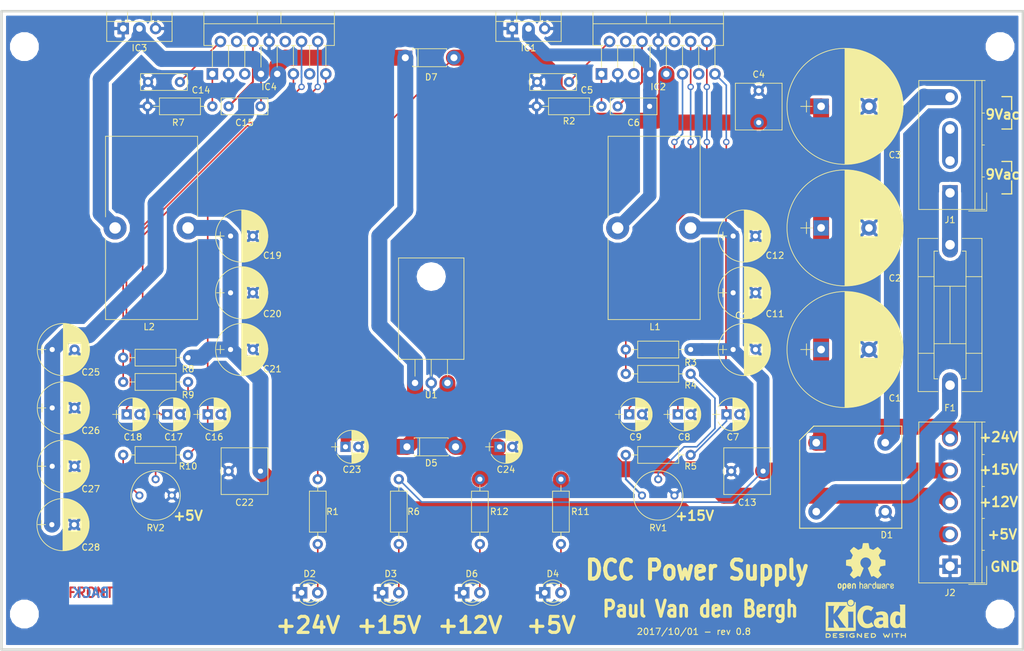
<source format=kicad_pcb>
(kicad_pcb (version 4) (host pcbnew 4.0.7)
  (layers (0 F.Cu signal) (31 B.Cu signal) (34 B.Paste user) (35 F.Paste user) (36 B.SilkS user) (37 F.SilkS user) (38 B.Mask user) (39 F.Mask user) (44 Edge.Cuts user))
  (net 0 "")
  (net 1 +24V)
  (net 2 GND)
  (net 3 "Net-(C5-Pad1)")
  (net 4 "Net-(C6-Pad1)")
  (net 5 "Net-(C6-Pad2)")
  (net 6 "Net-(C7-Pad1)")
  (net 7 "Net-(C8-Pad1)")
  (net 8 "Net-(C9-Pad1)")
  (net 9 +15V)
  (net 10 "Net-(C14-Pad1)")
  (net 11 "Net-(C15-Pad1)")
  (net 12 "Net-(C15-Pad2)")
  (net 13 "Net-(C16-Pad1)")
  (net 14 "Net-(C17-Pad1)")
  (net 15 "Net-(C18-Pad1)")
  (net 16 +5V)
  (net 17 +12V)
  (net 18 "Net-(D1-Pad2)")
  (net 19 "Net-(D1-Pad4)")
  (net 20 "Net-(D2-Pad2)")
  (net 21 "Net-(D3-Pad2)")
  (net 22 "Net-(D4-Pad2)")
  (net 23 "Net-(D6-Pad2)")
  (net 24 "Net-(F1-Pad2)")
  (net 25 "Net-(IC2-Pad1)")
  (net 26 "Net-(IC2-Pad11)")
  (net 27 "Net-(IC4-Pad1)")
  (net 28 "Net-(IC4-Pad11)")
  (net 29 "Net-(R4-Pad1)")
  (net 30 "Net-(R5-Pad1)")
  (net 31 "Net-(R9-Pad1)")
  (net 32 "Net-(R10-Pad1)")
  (net 33 "Net-(J1-Pad2)")
  (net 34 +22V)
  (module Fuse_Holders_and_Fuses:Fuseholder5x20_horiz_SemiClosed_Casing10x25mm (layer F.Cu) (at 215.9 104.648 90)
    (fp_text reference F1 (at -3.556 0 180) (layer F.SilkS))
    (fp_text value 6.3A)
    (pad 2 thru_hole oval (at 22 0) (size 2.5 4) (drill 1.5) (layers *.Cu *.Mask) (net 24 "Net-(F1-Pad2)"))
    (pad 1 thru_hole oval (at 0 0) (size 2.5 4) (drill 1.5) (layers *.Cu *.Mask) (net 19 "Net-(D1-Pad4)"))
  )
  (module EuroBoard_Outline:EuroBoard160mmX100mm_holes (layer F.Cu) (at 67.31 146.05)
    (fp_text reference "2017/10/01 - rev 0.8" (at 108.458 -2.794) (layer F.SilkS))
    (fp_text value EuroBoard160mmX100mm_holes)
    (fp_line (start 0 -100) (end 0 0) (layer Edge.Cuts) (width 0.38))
    (fp_line (start 0 0) (end 160 0) (layer Edge.Cuts) (width 0.38))
    (fp_line (start 160 0) (end 160 -100) (layer Edge.Cuts) (width 0.38))
    (fp_line (start 160 -100) (end 0 -100) (layer Edge.Cuts) (width 0.38))
    (pad "" np_thru_hole circle (at 3.57 -94.45) (size 3.5 3.5) (drill 3.5) (layers *.Cu *.Mask))
    (pad "" np_thru_hole circle (at 156.43 -94.45) (size 3.5 3.5) (drill 3.5) (layers *.Cu *.Mask))
    (pad "" np_thru_hole circle (at 156.43 -5.55) (size 3.5 3.5) (drill 3.5) (layers *.Cu *.Mask))
    (pad "" np_thru_hole circle (at 3.57 -5.55) (size 3.5 3.5) (drill 3.5) (layers *.Cu *.Mask))
  )
  (module Capacitors_THT:CP_Radial_D18.0mm_P7.50mm (layer F.Cu) (at 195.7 99.06)
    (fp_text reference C1 (at 11.564 7.62) (layer F.SilkS))
    (fp_text value "4700µF 35V")
    (pad 1 thru_hole rect (at 0 0) (size 2.4 2.4) (drill 1.2) (layers *.Cu *.Mask) (net 1 +24V))
    (pad 2 thru_hole circle (at 7.5 0) (size 2.4 2.4) (drill 1.2) (layers *.Cu *.Mask) (net 2 GND))
  )
  (module Capacitors_THT:CP_Radial_D18.0mm_P7.50mm (layer F.Cu) (at 195.7 80.01)
    (fp_text reference C2 (at 11.564 7.874) (layer F.SilkS))
    (fp_text value "4700µF 35V")
    (pad 1 thru_hole rect (at 0 0) (size 2.4 2.4) (drill 1.2) (layers *.Cu *.Mask) (net 1 +24V))
    (pad 2 thru_hole circle (at 7.5 0) (size 2.4 2.4) (drill 1.2) (layers *.Cu *.Mask) (net 2 GND))
  )
  (module Capacitors_THT:CP_Radial_D18.0mm_P7.50mm (layer F.Cu) (at 195.7 60.96)
    (fp_text reference C3 (at 11.564 7.62) (layer F.SilkS))
    (fp_text value "4700µF 35V")
    (pad 1 thru_hole rect (at 0 0) (size 2.4 2.4) (drill 1.2) (layers *.Cu *.Mask) (net 1 +24V))
    (pad 2 thru_hole circle (at 7.5 0) (size 2.4 2.4) (drill 1.2) (layers *.Cu *.Mask) (net 2 GND))
  )
  (module Capacitors_THT:C_Rect_L7.2mm_W7.2mm_P5.00mm_FKS2_FKP2_MKS2_MKP2 (layer F.Cu) (at 185.928 63.5 90)
    (fp_text reference C4 (at 7.54 0 180) (layer F.SilkS))
    (fp_text value "1µF Film")
    (pad 1 thru_hole circle (at 0 0 90) (size 1.6 1.6) (drill 0.8) (layers *.Cu *.Mask) (net 1 +24V))
    (pad 2 thru_hole circle (at 5 0 90) (size 1.6 1.6) (drill 0.8) (layers *.Cu *.Mask) (net 2 GND))
  )
  (module Capacitors_THT:C_Rect_L7.2mm_W2.5mm_P5.00mm_FKS2_FKP2_MKS2_MKP2 (layer F.Cu) (at 156.21 57.15 180)
    (fp_text reference C5 (at -2.794 -1.27 180) (layer F.SilkS))
    (fp_text value 2.2nF)
    (pad 1 thru_hole circle (at 0 0 180) (size 1.6 1.6) (drill 0.8) (layers *.Cu *.Mask) (net 3 "Net-(C5-Pad1)"))
    (pad 2 thru_hole circle (at 5 0 180) (size 1.6 1.6) (drill 0.8) (layers *.Cu *.Mask) (net 2 GND))
  )
  (module Capacitors_THT:C_Rect_L7.2mm_W2.5mm_P5.00mm_FKS2_FKP2_MKS2_MKP2 (layer F.Cu) (at 168.83 60.96 180)
    (fp_text reference C6 (at 2.5 -2.56 180) (layer F.SilkS))
    (fp_text value 220nF)
    (pad 1 thru_hole circle (at 0 0 180) (size 1.6 1.6) (drill 0.8) (layers *.Cu *.Mask) (net 4 "Net-(C6-Pad1)"))
    (pad 2 thru_hole circle (at 5 0 180) (size 1.6 1.6) (drill 0.8) (layers *.Cu *.Mask) (net 5 "Net-(C6-Pad2)"))
  )
  (module Capacitors_THT:CP_Radial_D5.0mm_P2.00mm (layer F.Cu) (at 180.88 109.22)
    (fp_text reference C7 (at 1 3.556) (layer F.SilkS))
    (fp_text value "2.2µF 16V")
    (pad 1 thru_hole rect (at 0 0) (size 1.6 1.6) (drill 0.8) (layers *.Cu *.Mask) (net 6 "Net-(C7-Pad1)"))
    (pad 2 thru_hole circle (at 2 0) (size 1.6 1.6) (drill 0.8) (layers *.Cu *.Mask) (net 2 GND))
  )
  (module Capacitors_THT:CP_Radial_D5.0mm_P2.00mm (layer F.Cu) (at 173.26 109.22)
    (fp_text reference C8 (at 0.984 3.556) (layer F.SilkS))
    (fp_text value "2.2µF 6v3")
    (pad 1 thru_hole rect (at 0 0) (size 1.6 1.6) (drill 0.8) (layers *.Cu *.Mask) (net 7 "Net-(C8-Pad1)"))
    (pad 2 thru_hole circle (at 2 0) (size 1.6 1.6) (drill 0.8) (layers *.Cu *.Mask) (net 2 GND))
  )
  (module Capacitors_THT:CP_Radial_D5.0mm_P2.00mm (layer F.Cu) (at 165.64 109.22)
    (fp_text reference C9 (at 0.984 3.556) (layer F.SilkS))
    (fp_text value "2.2µF 6v3")
    (pad 1 thru_hole rect (at 0 0) (size 1.6 1.6) (drill 0.8) (layers *.Cu *.Mask) (net 8 "Net-(C9-Pad1)"))
    (pad 2 thru_hole circle (at 2 0) (size 1.6 1.6) (drill 0.8) (layers *.Cu *.Mask) (net 2 GND))
  )
  (module Capacitors_THT:CP_Radial_D8.0mm_P3.50mm (layer F.Cu) (at 181.92 99.06)
    (fp_text reference C10 (at 1.75 -5.31) (layer F.SilkS))
    (fp_text value "220µF 24V")
    (pad 1 thru_hole rect (at 0 0) (size 1.6 1.6) (drill 0.8) (layers *.Cu *.Mask) (net 9 +15V))
    (pad 2 thru_hole circle (at 3.5 0) (size 1.6 1.6) (drill 0.8) (layers *.Cu *.Mask) (net 2 GND))
  )
  (module Capacitors_THT:CP_Radial_D8.0mm_P3.50mm (layer F.Cu) (at 181.92 90.17)
    (fp_text reference C11 (at 6.548 3.302) (layer F.SilkS))
    (fp_text value "220µF 24V")
    (pad 1 thru_hole rect (at 0 0) (size 1.6 1.6) (drill 0.8) (layers *.Cu *.Mask) (net 9 +15V))
    (pad 2 thru_hole circle (at 3.5 0) (size 1.6 1.6) (drill 0.8) (layers *.Cu *.Mask) (net 2 GND))
  )
  (module Capacitors_THT:CP_Radial_D8.0mm_P3.50mm (layer F.Cu) (at 181.92 81.28)
    (fp_text reference C12 (at 6.548 3.048) (layer F.SilkS))
    (fp_text value "220µF 24V")
    (pad 1 thru_hole rect (at 0 0) (size 1.6 1.6) (drill 0.8) (layers *.Cu *.Mask) (net 9 +15V))
    (pad 2 thru_hole circle (at 3.5 0) (size 1.6 1.6) (drill 0.8) (layers *.Cu *.Mask) (net 2 GND))
  )
  (module Capacitors_THT:C_Rect_L7.2mm_W7.2mm_P5.00mm_FKS2_FKP2_MKS2_MKP2 (layer F.Cu) (at 186.61 118.11 180)
    (fp_text reference C13 (at 2.5 -4.91 180) (layer F.SilkS))
    (fp_text value "1µF Film")
    (pad 1 thru_hole circle (at 0 0 180) (size 1.6 1.6) (drill 0.8) (layers *.Cu *.Mask) (net 9 +15V))
    (pad 2 thru_hole circle (at 5 0 180) (size 1.6 1.6) (drill 0.8) (layers *.Cu *.Mask) (net 2 GND))
  )
  (module Capacitors_THT:C_Rect_L7.2mm_W2.5mm_P5.00mm_FKS2_FKP2_MKS2_MKP2 (layer F.Cu) (at 95.25 57.15 180)
    (fp_text reference C14 (at -3.302 -1.27 180) (layer F.SilkS))
    (fp_text value 2.2nF)
    (pad 1 thru_hole circle (at 0 0 180) (size 1.6 1.6) (drill 0.8) (layers *.Cu *.Mask) (net 10 "Net-(C14-Pad1)"))
    (pad 2 thru_hole circle (at 5 0 180) (size 1.6 1.6) (drill 0.8) (layers *.Cu *.Mask) (net 2 GND))
  )
  (module Capacitors_THT:C_Rect_L7.2mm_W2.5mm_P5.00mm_FKS2_FKP2_MKS2_MKP2 (layer F.Cu) (at 107.87 60.96 180)
    (fp_text reference C15 (at 2.5 -2.56 180) (layer F.SilkS))
    (fp_text value 220nF)
    (pad 1 thru_hole circle (at 0 0 180) (size 1.6 1.6) (drill 0.8) (layers *.Cu *.Mask) (net 11 "Net-(C15-Pad1)"))
    (pad 2 thru_hole circle (at 5 0 180) (size 1.6 1.6) (drill 0.8) (layers *.Cu *.Mask) (net 12 "Net-(C15-Pad2)"))
  )
  (module Capacitors_THT:CP_Radial_D5.0mm_P2.00mm (layer F.Cu) (at 99.6 109.22)
    (fp_text reference C16 (at 1 3.556) (layer F.SilkS))
    (fp_text value "2.2µF 16V")
    (pad 1 thru_hole rect (at 0 0) (size 1.6 1.6) (drill 0.8) (layers *.Cu *.Mask) (net 13 "Net-(C16-Pad1)"))
    (pad 2 thru_hole circle (at 2 0) (size 1.6 1.6) (drill 0.8) (layers *.Cu *.Mask) (net 2 GND))
  )
  (module Capacitors_THT:CP_Radial_D5.0mm_P2.00mm (layer F.Cu) (at 93.25 109.22)
    (fp_text reference C17 (at 1 3.556) (layer F.SilkS))
    (fp_text value "2.2µF 6v3")
    (pad 1 thru_hole rect (at 0 0) (size 1.6 1.6) (drill 0.8) (layers *.Cu *.Mask) (net 14 "Net-(C17-Pad1)"))
    (pad 2 thru_hole circle (at 2 0) (size 1.6 1.6) (drill 0.8) (layers *.Cu *.Mask) (net 2 GND))
  )
  (module Capacitors_THT:CP_Radial_D5.0mm_P2.00mm (layer F.Cu) (at 86.9 109.22)
    (fp_text reference C18 (at 0.984 3.556) (layer F.SilkS))
    (fp_text value "2.2µF 6v3")
    (pad 1 thru_hole rect (at 0 0) (size 1.6 1.6) (drill 0.8) (layers *.Cu *.Mask) (net 15 "Net-(C18-Pad1)"))
    (pad 2 thru_hole circle (at 2 0) (size 1.6 1.6) (drill 0.8) (layers *.Cu *.Mask) (net 2 GND))
  )
  (module Capacitors_THT:CP_Radial_D8.0mm_P3.50mm (layer F.Cu) (at 103.18 81.28)
    (fp_text reference C19 (at 6.548 3.048) (layer F.SilkS))
    (fp_text value "220µF 24V")
    (pad 1 thru_hole rect (at 0 0) (size 1.6 1.6) (drill 0.8) (layers *.Cu *.Mask) (net 16 +5V))
    (pad 2 thru_hole circle (at 3.5 0) (size 1.6 1.6) (drill 0.8) (layers *.Cu *.Mask) (net 2 GND))
  )
  (module Capacitors_THT:CP_Radial_D8.0mm_P3.50mm (layer F.Cu) (at 103.18 90.17)
    (fp_text reference C20 (at 6.548 3.302) (layer F.SilkS))
    (fp_text value "220µF 24V")
    (pad 1 thru_hole rect (at 0 0) (size 1.6 1.6) (drill 0.8) (layers *.Cu *.Mask) (net 16 +5V))
    (pad 2 thru_hole circle (at 3.5 0) (size 1.6 1.6) (drill 0.8) (layers *.Cu *.Mask) (net 2 GND))
  )
  (module Capacitors_THT:CP_Radial_D8.0mm_P3.50mm (layer F.Cu) (at 103.18 99.06)
    (fp_text reference C21 (at 6.548 3.048) (layer F.SilkS))
    (fp_text value "220µF 24V")
    (pad 1 thru_hole rect (at 0 0) (size 1.6 1.6) (drill 0.8) (layers *.Cu *.Mask) (net 16 +5V))
    (pad 2 thru_hole circle (at 3.5 0) (size 1.6 1.6) (drill 0.8) (layers *.Cu *.Mask) (net 2 GND))
  )
  (module Capacitors_THT:C_Rect_L7.2mm_W7.2mm_P5.00mm_FKS2_FKP2_MKS2_MKP2 (layer F.Cu) (at 107.87 118.11 180)
    (fp_text reference C22 (at 2.5 -4.91 180) (layer F.SilkS))
    (fp_text value "1µF Film")
    (pad 1 thru_hole circle (at 0 0 180) (size 1.6 1.6) (drill 0.8) (layers *.Cu *.Mask) (net 16 +5V))
    (pad 2 thru_hole circle (at 5 0 180) (size 1.6 1.6) (drill 0.8) (layers *.Cu *.Mask) (net 2 GND))
  )
  (module Capacitors_THT:CP_Radial_D5.0mm_P2.00mm (layer F.Cu) (at 121.19 114.3)
    (fp_text reference C23 (at 1 3.556) (layer F.SilkS))
    (fp_text value "10µF 16V")
    (pad 1 thru_hole rect (at 0 0) (size 1.6 1.6) (drill 0.8) (layers *.Cu *.Mask) (net 34 +22V))
    (pad 2 thru_hole circle (at 2 0) (size 1.6 1.6) (drill 0.8) (layers *.Cu *.Mask) (net 2 GND))
  )
  (module Capacitors_THT:CP_Radial_D5.0mm_P2.00mm (layer F.Cu) (at 145.32 114.3)
    (fp_text reference C24 (at 1 3.556) (layer F.SilkS))
    (fp_text value "10µF 16V")
    (pad 1 thru_hole rect (at 0 0) (size 1.6 1.6) (drill 0.8) (layers *.Cu *.Mask) (net 17 +12V))
    (pad 2 thru_hole circle (at 2 0) (size 1.6 1.6) (drill 0.8) (layers *.Cu *.Mask) (net 2 GND))
  )
  (module Diodes_THT:Diode_Bridge_15.7x15.7 (layer F.Cu) (at 205.74 124.46 180)
    (fp_text reference D1 (at -0.25 -3.65 180) (layer F.SilkS))
    (fp_text value D_Bridge_-A+A)
    (pad 1 thru_hole circle (at 0 0 180) (size 2.1 2.1) (drill 1.2) (layers *.Cu *.Mask) (net 2 GND))
    (pad 2 thru_hole circle (at 0 10.8 180) (size 2.1 2.1) (drill 1.2) (layers *.Cu *.Mask) (net 18 "Net-(D1-Pad2)"))
    (pad 3 thru_hole rect (at 10.8 10.8 180) (size 2.1 2.1) (drill 1.2) (layers *.Cu *.Mask) (net 1 +24V))
    (pad 4 thru_hole circle (at 10.8 0 180) (size 2.1 2.1) (drill 1.2) (layers *.Cu *.Mask) (net 19 "Net-(D1-Pad4)"))
  )
  (module Diodes_THT:D_DO-41_SOD81_P7.62mm_Horizontal (layer F.Cu) (at 130.81 114.3)
    (fp_text reference D5 (at 3.81 2.54) (layer F.SilkS))
    (fp_text value 1N4004)
    (pad 1 thru_hole rect (at 0 0) (size 2.2 2.2) (drill 1.1) (layers *.Cu *.Mask) (net 34 +22V))
    (pad 2 thru_hole oval (at 7.62 0) (size 2.2 2.2) (drill 1.1) (layers *.Cu *.Mask) (net 17 +12V))
  )
  (module Inductors_THT:L_Toroid_Vertical_L28.6mm_W14.3mm_P11.43mm_Bourns_5700 (layer F.Cu) (at 175.26 80.01 270)
    (fp_text reference L1 (at 15.494 5.588 360) (layer F.SilkS))
    (fp_text value FIT80-5)
    (pad 1 thru_hole circle (at 0 0 270) (size 3.6 3.6) (drill 1.8) (layers *.Cu *.Mask) (net 9 +15V))
    (pad 2 thru_hole circle (at 0 11.43 270) (size 3.6 3.6) (drill 1.8) (layers *.Cu *.Mask) (net 4 "Net-(C6-Pad1)"))
  )
  (module Inductors_THT:L_Toroid_Vertical_L28.6mm_W14.3mm_P11.43mm_Bourns_5700 (layer F.Cu) (at 96.52 80.01 270)
    (fp_text reference L2 (at 15.494 6.096 360) (layer F.SilkS))
    (fp_text value FIT80-5)
    (pad 1 thru_hole circle (at 0 0 270) (size 3.6 3.6) (drill 1.8) (layers *.Cu *.Mask) (net 16 +5V))
    (pad 2 thru_hole circle (at 0 11.43 270) (size 3.6 3.6) (drill 1.8) (layers *.Cu *.Mask) (net 11 "Net-(C15-Pad1)"))
  )
  (module Resistors_THT:R_Axial_DIN0207_L6.3mm_D2.5mm_P10.16mm_Horizontal (layer F.Cu) (at 116.84 119.38 270)
    (fp_text reference R1 (at 5.08 -2.31 360) (layer F.SilkS))
    (fp_text value 2k7)
    (pad 1 thru_hole circle (at 0 0 270) (size 1.6 1.6) (drill 0.8) (layers *.Cu *.Mask) (net 1 +24V))
    (pad 2 thru_hole oval (at 10.16 0 270) (size 1.6 1.6) (drill 0.8) (layers *.Cu *.Mask) (net 20 "Net-(D2-Pad2)"))
  )
  (module Resistors_THT:R_Axial_DIN0207_L6.3mm_D2.5mm_P10.16mm_Horizontal (layer F.Cu) (at 161.29 60.96 180)
    (fp_text reference R2 (at 5.08 -2.31 180) (layer F.SilkS))
    (fp_text value 16kR)
    (pad 1 thru_hole circle (at 0 0 180) (size 1.6 1.6) (drill 0.8) (layers *.Cu *.Mask) (net 25 "Net-(IC2-Pad1)"))
    (pad 2 thru_hole oval (at 10.16 0 180) (size 1.6 1.6) (drill 0.8) (layers *.Cu *.Mask) (net 2 GND))
  )
  (module Resistors_THT:R_Axial_DIN0207_L6.3mm_D2.5mm_P10.16mm_Horizontal (layer F.Cu) (at 175.26 99.06 180)
    (fp_text reference R3 (at 0 -2.032 180) (layer F.SilkS))
    (fp_text value 24k)
    (pad 1 thru_hole circle (at 0 0 180) (size 1.6 1.6) (drill 0.8) (layers *.Cu *.Mask) (net 9 +15V))
    (pad 2 thru_hole oval (at 10.16 0 180) (size 1.6 1.6) (drill 0.8) (layers *.Cu *.Mask) (net 26 "Net-(IC2-Pad11)"))
  )
  (module Resistors_THT:R_Axial_DIN0207_L6.3mm_D2.5mm_P10.16mm_Horizontal (layer F.Cu) (at 175.26 102.87 180)
    (fp_text reference R4 (at 0 -1.778 180) (layer F.SilkS))
    (fp_text value 4k7)
    (pad 1 thru_hole circle (at 0 0 180) (size 1.6 1.6) (drill 0.8) (layers *.Cu *.Mask) (net 29 "Net-(R4-Pad1)"))
    (pad 2 thru_hole oval (at 10.16 0 180) (size 1.6 1.6) (drill 0.8) (layers *.Cu *.Mask) (net 26 "Net-(IC2-Pad11)"))
  )
  (module Resistors_THT:R_Axial_DIN0207_L6.3mm_D2.5mm_P10.16mm_Horizontal (layer F.Cu) (at 165.1 115.57)
    (fp_text reference R5 (at 10.16 1.778) (layer F.SilkS))
    (fp_text value 7k5)
    (pad 1 thru_hole circle (at 0 0) (size 1.6 1.6) (drill 0.8) (layers *.Cu *.Mask) (net 30 "Net-(R5-Pad1)"))
    (pad 2 thru_hole oval (at 10.16 0) (size 1.6 1.6) (drill 0.8) (layers *.Cu *.Mask) (net 6 "Net-(C7-Pad1)"))
  )
  (module Resistors_THT:R_Axial_DIN0207_L6.3mm_D2.5mm_P10.16mm_Horizontal (layer F.Cu) (at 129.54 119.38 270)
    (fp_text reference R6 (at 5.08 -2.31 360) (layer F.SilkS))
    (fp_text value 1k5)
    (pad 1 thru_hole circle (at 0 0 270) (size 1.6 1.6) (drill 0.8) (layers *.Cu *.Mask) (net 9 +15V))
    (pad 2 thru_hole oval (at 10.16 0 270) (size 1.6 1.6) (drill 0.8) (layers *.Cu *.Mask) (net 21 "Net-(D3-Pad2)"))
  )
  (module Resistors_THT:R_Axial_DIN0207_L6.3mm_D2.5mm_P10.16mm_Horizontal (layer F.Cu) (at 100.33 60.96 180)
    (fp_text reference R7 (at 5.334 -2.54 180) (layer F.SilkS))
    (fp_text value 16kR)
    (pad 1 thru_hole circle (at 0 0 180) (size 1.6 1.6) (drill 0.8) (layers *.Cu *.Mask) (net 27 "Net-(IC4-Pad1)"))
    (pad 2 thru_hole oval (at 10.16 0 180) (size 1.6 1.6) (drill 0.8) (layers *.Cu *.Mask) (net 2 GND))
  )
  (module Resistors_THT:R_Axial_DIN0207_L6.3mm_D2.5mm_P10.16mm_Horizontal (layer F.Cu) (at 96.52 100.33 180)
    (fp_text reference R8 (at 0 -1.778 180) (layer F.SilkS))
    (fp_text value 24k)
    (pad 1 thru_hole circle (at 0 0 180) (size 1.6 1.6) (drill 0.8) (layers *.Cu *.Mask) (net 16 +5V))
    (pad 2 thru_hole oval (at 10.16 0 180) (size 1.6 1.6) (drill 0.8) (layers *.Cu *.Mask) (net 28 "Net-(IC4-Pad11)"))
  )
  (module Resistors_THT:R_Axial_DIN0207_L6.3mm_D2.5mm_P10.16mm_Horizontal (layer F.Cu) (at 96.52 104.14 180)
    (fp_text reference R9 (at 0 -2.032 180) (layer F.SilkS))
    (fp_text value 4k7)
    (pad 1 thru_hole circle (at 0 0 180) (size 1.6 1.6) (drill 0.8) (layers *.Cu *.Mask) (net 31 "Net-(R9-Pad1)"))
    (pad 2 thru_hole oval (at 10.16 0 180) (size 1.6 1.6) (drill 0.8) (layers *.Cu *.Mask) (net 28 "Net-(IC4-Pad11)"))
  )
  (module Resistors_THT:R_Axial_DIN0207_L6.3mm_D2.5mm_P10.16mm_Horizontal (layer F.Cu) (at 86.36 115.57)
    (fp_text reference R10 (at 10.16 1.778) (layer F.SilkS))
    (fp_text value 7k5)
    (pad 1 thru_hole circle (at 0 0) (size 1.6 1.6) (drill 0.8) (layers *.Cu *.Mask) (net 32 "Net-(R10-Pad1)"))
    (pad 2 thru_hole oval (at 10.16 0) (size 1.6 1.6) (drill 0.8) (layers *.Cu *.Mask) (net 13 "Net-(C16-Pad1)"))
  )
  (module Resistors_THT:R_Axial_DIN0207_L6.3mm_D2.5mm_P10.16mm_Horizontal (layer F.Cu) (at 154.94 119.38 270)
    (fp_text reference R11 (at 5.08 -3.048 360) (layer F.SilkS))
    (fp_text value 330)
    (pad 1 thru_hole circle (at 0 0 270) (size 1.6 1.6) (drill 0.8) (layers *.Cu *.Mask) (net 16 +5V))
    (pad 2 thru_hole oval (at 10.16 0 270) (size 1.6 1.6) (drill 0.8) (layers *.Cu *.Mask) (net 22 "Net-(D4-Pad2)"))
  )
  (module Resistors_THT:R_Axial_DIN0207_L6.3mm_D2.5mm_P10.16mm_Horizontal (layer F.Cu) (at 142.24 119.38 270)
    (fp_text reference R12 (at 5.08 -3.048 360) (layer F.SilkS))
    (fp_text value 1k)
    (pad 1 thru_hole circle (at 0 0 270) (size 1.6 1.6) (drill 0.8) (layers *.Cu *.Mask) (net 17 +12V))
    (pad 2 thru_hole oval (at 10.16 0 270) (size 1.6 1.6) (drill 0.8) (layers *.Cu *.Mask) (net 23 "Net-(D6-Pad2)"))
  )
  (module TO_SOT_Packages_THT:TO-220_Vertical (layer F.Cu) (at 147.32 48.768)
    (fp_text reference IC1 (at 2.54 3.048) (layer F.SilkS))
    (fp_text value STPS1545CT)
    (pad 1 thru_hole rect (at 0 0) (size 1.8 1.8) (drill 1) (layers *.Cu *.Mask) (net 2 GND))
    (pad 2 thru_hole oval (at 2.54 0) (size 1.8 1.8) (drill 1) (layers *.Cu *.Mask) (net 4 "Net-(C6-Pad1)"))
    (pad 3 thru_hole oval (at 5.08 0) (size 1.8 1.8) (drill 1) (layers *.Cu *.Mask) (net 2 GND))
  )
  (module TO_SOT_Packages_THT:Multiwatt-15_Vertical_StaggeredType1 (layer F.Cu) (at 161.29 55.88)
    (fp_text reference IC2 (at 8.89 2.032) (layer F.SilkS))
    (fp_text value L4970A)
    (pad 1 thru_hole rect (at 0 0) (size 1.8 1.8) (drill 1) (layers *.Cu *.Mask) (net 25 "Net-(IC2-Pad1)"))
    (pad 2 thru_hole oval (at 1.27 -5.08) (size 1.8 1.8) (drill 1) (layers *.Cu *.Mask) (net 3 "Net-(C5-Pad1)"))
    (pad 3 thru_hole oval (at 2.54 0) (size 1.8 1.8) (drill 1) (layers *.Cu *.Mask) (net 2 GND))
    (pad 4 thru_hole oval (at 3.81 -5.08) (size 1.8 1.8) (drill 1) (layers *.Cu *.Mask))
    (pad 5 thru_hole oval (at 5.08 0) (size 1.8 1.8) (drill 1) (layers *.Cu *.Mask))
    (pad 6 thru_hole oval (at 6.35 -5.08) (size 1.8 1.8) (drill 1) (layers *.Cu *.Mask) (net 5 "Net-(C6-Pad2)"))
    (pad 7 thru_hole oval (at 7.62 0) (size 1.8 1.8) (drill 1) (layers *.Cu *.Mask) (net 4 "Net-(C6-Pad1)"))
    (pad 8 thru_hole oval (at 8.89 -5.08) (size 1.8 1.8) (drill 1) (layers *.Cu *.Mask) (net 2 GND))
    (pad 9 thru_hole oval (at 10.16 0) (size 1.8 1.8) (drill 1) (layers *.Cu *.Mask) (net 1 +24V))
    (pad 10 thru_hole oval (at 11.43 -5.08) (size 1.8 1.8) (drill 1) (layers *.Cu *.Mask))
    (pad 11 thru_hole oval (at 12.7 0) (size 1.8 1.8) (drill 1) (layers *.Cu *.Mask) (net 26 "Net-(IC2-Pad11)"))
    (pad 12 thru_hole oval (at 13.97 -5.08) (size 1.8 1.8) (drill 1) (layers *.Cu *.Mask) (net 8 "Net-(C9-Pad1)"))
    (pad 13 thru_hole oval (at 15.24 0) (size 1.8 1.8) (drill 1) (layers *.Cu *.Mask))
    (pad 14 thru_hole oval (at 16.51 -5.08) (size 1.8 1.8) (drill 1) (layers *.Cu *.Mask) (net 7 "Net-(C8-Pad1)"))
    (pad 15 thru_hole oval (at 17.78 0) (size 1.8 1.8) (drill 1) (layers *.Cu *.Mask) (net 6 "Net-(C7-Pad1)"))
  )
  (module TO_SOT_Packages_THT:TO-220_Vertical (layer F.Cu) (at 86.36 48.768)
    (fp_text reference IC3 (at 2.54 3.048) (layer F.SilkS))
    (fp_text value STPS1545CT)
    (pad 1 thru_hole rect (at 0 0) (size 1.8 1.8) (drill 1) (layers *.Cu *.Mask) (net 2 GND))
    (pad 2 thru_hole oval (at 2.54 0) (size 1.8 1.8) (drill 1) (layers *.Cu *.Mask) (net 11 "Net-(C15-Pad1)"))
    (pad 3 thru_hole oval (at 5.08 0) (size 1.8 1.8) (drill 1) (layers *.Cu *.Mask) (net 2 GND))
  )
  (module TO_SOT_Packages_THT:Multiwatt-15_Vertical_StaggeredType1 (layer F.Cu) (at 100.33 55.88)
    (fp_text reference IC4 (at 8.89 2.032) (layer F.SilkS))
    (fp_text value L4970A)
    (pad 1 thru_hole rect (at 0 0) (size 1.8 1.8) (drill 1) (layers *.Cu *.Mask) (net 27 "Net-(IC4-Pad1)"))
    (pad 2 thru_hole oval (at 1.27 -5.08) (size 1.8 1.8) (drill 1) (layers *.Cu *.Mask) (net 10 "Net-(C14-Pad1)"))
    (pad 3 thru_hole oval (at 2.54 0) (size 1.8 1.8) (drill 1) (layers *.Cu *.Mask) (net 2 GND))
    (pad 4 thru_hole oval (at 3.81 -5.08) (size 1.8 1.8) (drill 1) (layers *.Cu *.Mask))
    (pad 5 thru_hole oval (at 5.08 0) (size 1.8 1.8) (drill 1) (layers *.Cu *.Mask))
    (pad 6 thru_hole oval (at 6.35 -5.08) (size 1.8 1.8) (drill 1) (layers *.Cu *.Mask) (net 12 "Net-(C15-Pad2)"))
    (pad 7 thru_hole oval (at 7.62 0) (size 1.8 1.8) (drill 1) (layers *.Cu *.Mask) (net 11 "Net-(C15-Pad1)"))
    (pad 8 thru_hole oval (at 8.89 -5.08) (size 1.8 1.8) (drill 1) (layers *.Cu *.Mask) (net 2 GND))
    (pad 9 thru_hole oval (at 10.16 0) (size 1.8 1.8) (drill 1) (layers *.Cu *.Mask) (net 34 +22V))
    (pad 10 thru_hole oval (at 11.43 -5.08) (size 1.8 1.8) (drill 1) (layers *.Cu *.Mask))
    (pad 11 thru_hole oval (at 12.7 0) (size 1.8 1.8) (drill 1) (layers *.Cu *.Mask) (net 28 "Net-(IC4-Pad11)"))
    (pad 12 thru_hole oval (at 13.97 -5.08) (size 1.8 1.8) (drill 1) (layers *.Cu *.Mask) (net 15 "Net-(C18-Pad1)"))
    (pad 13 thru_hole oval (at 15.24 0) (size 1.8 1.8) (drill 1) (layers *.Cu *.Mask))
    (pad 14 thru_hole oval (at 16.51 -5.08) (size 1.8 1.8) (drill 1) (layers *.Cu *.Mask) (net 14 "Net-(C17-Pad1)"))
    (pad 15 thru_hole oval (at 17.78 0) (size 1.8 1.8) (drill 1) (layers *.Cu *.Mask) (net 13 "Net-(C16-Pad1)"))
  )
  (module TO_SOT_Packages_THT:TO-220_Horizontal (layer F.Cu) (at 132.08 104.29)
    (fp_text reference U1 (at 2.54 1.882) (layer F.SilkS))
    (fp_text value LM7812_TO220)
    (pad 0 np_thru_hole oval (at 2.54 -16.66) (size 3.5 3.5) (drill 3.5) (layers *.Cu *.Mask))
    (pad 1 thru_hole rect (at 0 0) (size 1.8 1.8) (drill 1) (layers *.Cu *.Mask) (net 34 +22V))
    (pad 2 thru_hole oval (at 2.54 0) (size 1.8 1.8) (drill 1) (layers *.Cu *.Mask) (net 2 GND))
    (pad 3 thru_hole oval (at 5.08 0) (size 1.8 1.8) (drill 1) (layers *.Cu *.Mask) (net 17 +12V))
  )
  (module LEDs:LED_D3.0mm (layer F.Cu) (at 114.3 137.16)
    (fp_text reference D2 (at 1.27 -2.96) (layer F.SilkS))
    (fp_text value LED)
    (pad 1 thru_hole rect (at 0 0) (size 1.8 1.8) (drill 0.9) (layers *.Cu *.Mask) (net 2 GND))
    (pad 2 thru_hole circle (at 2.54 0) (size 1.8 1.8) (drill 0.9) (layers *.Cu *.Mask) (net 20 "Net-(D2-Pad2)"))
  )
  (module LEDs:LED_D3.0mm (layer F.Cu) (at 127 137.16)
    (fp_text reference D3 (at 1.27 -2.96) (layer F.SilkS))
    (fp_text value "LED blue")
    (pad 1 thru_hole rect (at 0 0) (size 1.8 1.8) (drill 0.9) (layers *.Cu *.Mask) (net 2 GND))
    (pad 2 thru_hole circle (at 2.54 0) (size 1.8 1.8) (drill 0.9) (layers *.Cu *.Mask) (net 21 "Net-(D3-Pad2)"))
  )
  (module LEDs:LED_D3.0mm (layer F.Cu) (at 152.4 137.16)
    (fp_text reference D4 (at 1.27 -2.96) (layer F.SilkS))
    (fp_text value "LED blue")
    (pad 1 thru_hole rect (at 0 0) (size 1.8 1.8) (drill 0.9) (layers *.Cu *.Mask) (net 2 GND))
    (pad 2 thru_hole circle (at 2.54 0) (size 1.8 1.8) (drill 0.9) (layers *.Cu *.Mask) (net 22 "Net-(D4-Pad2)"))
  )
  (module LEDs:LED_D3.0mm (layer F.Cu) (at 139.7 137.16)
    (fp_text reference D6 (at 1.27 -2.96) (layer F.SilkS))
    (fp_text value LED)
    (pad 1 thru_hole rect (at 0 0) (size 1.8 1.8) (drill 0.9) (layers *.Cu *.Mask) (net 2 GND))
    (pad 2 thru_hole circle (at 2.54 0) (size 1.8 1.8) (drill 0.9) (layers *.Cu *.Mask) (net 23 "Net-(D6-Pad2)"))
  )
  (module Symbols:KiCad-Logo2_6mm_SilkScreen (layer F.Cu) (at 202.692 141.224)
    (fp_text reference REF*** hide)
    (fp_text value KiCad-Logo2_6mm_SilkScreen hide)
  )
  (module Symbols:OSHW-Logo2_9.8x8mm_SilkScreen (layer F.Cu) (at 202.692 133.096)
    (fp_text reference REF*** hide)
    (fp_text value OSHW-Logo2_9.8x8mm_SilkScreen hide)
  )
  (module Connectors_Terminal_Blocks:TerminalBlock_Philmore_TB13x_04x5mm_Straight (layer F.Cu) (at 215.9 74.516 90)
    (fp_text reference J1 (at -4.224 0 180) (layer F.SilkS))
    (fp_text value Screw_Terminal_01x04)
    (pad 1 thru_hole rect (at 0 0 90) (size 2.4 2.4) (drill 1.47) (layers *.Cu *.Mask) (net 24 "Net-(F1-Pad2)"))
    (pad 2 thru_hole circle (at 5 0 90) (size 2.4 2.4) (drill 1.47) (layers *.Cu *.Mask) (net 33 "Net-(J1-Pad2)"))
    (pad 3 thru_hole circle (at 10 0 90) (size 2.4 2.4) (drill 1.47) (layers *.Cu *.Mask) (net 33 "Net-(J1-Pad2)"))
    (pad 4 thru_hole circle (at 15 0 90) (size 2.4 2.4) (drill 1.47) (layers *.Cu *.Mask) (net 18 "Net-(D1-Pad2)"))
  )
  (module Connectors_Terminal_Blocks:TerminalBlock_Philmore_TB13x_05x5mm_Straight (layer F.Cu) (at 215.9 133.016 90)
    (fp_text reference J2 (at -4.144 0 180) (layer F.SilkS))
    (fp_text value Screw_Terminal_01x05)
    (pad 1 thru_hole rect (at 0 0 90) (size 2.4 2.4) (drill 1.47) (layers *.Cu *.Mask) (net 2 GND))
    (pad 2 thru_hole circle (at 5 0 90) (size 2.4 2.4) (drill 1.47) (layers *.Cu *.Mask) (net 16 +5V))
    (pad 3 thru_hole circle (at 10 0 90) (size 2.4 2.4) (drill 1.47) (layers *.Cu *.Mask) (net 17 +12V))
    (pad 4 thru_hole circle (at 15 0 90) (size 2.4 2.4) (drill 1.47) (layers *.Cu *.Mask) (net 9 +15V))
    (pad 5 thru_hole circle (at 20 0 90) (size 2.4 2.4) (drill 1.47) (layers *.Cu *.Mask) (net 1 +24V))
  )
  (module Capacitors_THT:CP_Radial_D8.0mm_P3.50mm (layer F.Cu) (at 75.24 99.06)
    (fp_text reference C25 (at 6.04 3.556) (layer F.SilkS))
    (fp_text value "220µF 25V")
    (pad 1 thru_hole rect (at 0 0) (size 1.6 1.6) (drill 0.8) (layers *.Cu *.Mask) (net 34 +22V))
    (pad 2 thru_hole circle (at 3.5 0) (size 1.6 1.6) (drill 0.8) (layers *.Cu *.Mask) (net 2 GND))
  )
  (module Capacitors_THT:CP_Radial_D8.0mm_P3.50mm (layer F.Cu) (at 75.24 108.204)
    (fp_text reference C26 (at 6.04 3.556) (layer F.SilkS))
    (fp_text value "220µF 25V")
    (pad 1 thru_hole rect (at 0 0) (size 1.6 1.6) (drill 0.8) (layers *.Cu *.Mask) (net 34 +22V))
    (pad 2 thru_hole circle (at 3.5 0) (size 1.6 1.6) (drill 0.8) (layers *.Cu *.Mask) (net 2 GND))
  )
  (module Capacitors_THT:CP_Radial_D8.0mm_P3.50mm (layer F.Cu) (at 75.24 117.348)
    (fp_text reference C27 (at 6.04 3.556) (layer F.SilkS))
    (fp_text value "220µF 25V")
    (pad 1 thru_hole rect (at 0 0) (size 1.6 1.6) (drill 0.8) (layers *.Cu *.Mask) (net 34 +22V))
    (pad 2 thru_hole circle (at 3.5 0) (size 1.6 1.6) (drill 0.8) (layers *.Cu *.Mask) (net 2 GND))
  )
  (module Capacitors_THT:CP_Radial_D8.0mm_P3.50mm (layer F.Cu) (at 75.184 126.492)
    (fp_text reference C28 (at 6.096 3.556) (layer F.SilkS))
    (fp_text value "220µF 25V")
    (pad 1 thru_hole rect (at 0 0) (size 1.6 1.6) (drill 0.8) (layers *.Cu *.Mask) (net 34 +22V))
    (pad 2 thru_hole circle (at 3.5 0) (size 1.6 1.6) (drill 0.8) (layers *.Cu *.Mask) (net 2 GND))
  )
  (module Diodes_THT:D_DO-41_SOD81_P7.62mm_Horizontal (layer F.Cu) (at 130.556 53.34)
    (fp_text reference D7 (at 4.064 3.048) (layer F.SilkS))
    (fp_text value 1N4004)
    (pad 1 thru_hole rect (at 0 0) (size 2.2 2.2) (drill 1.1) (layers *.Cu *.Mask) (net 34 +22V))
    (pad 2 thru_hole oval (at 7.62 0) (size 2.2 2.2) (drill 1.1) (layers *.Cu *.Mask) (net 1 +24V))
  )
  (module Potentiometers:Potentiometer_Trimmer_Bourns_3339P_Horizontal (layer F.Cu) (at 167.64 121.92 270)
    (fp_text reference RV1 (at 5.08 -2.54 360) (layer F.SilkS))
    (fp_text value 10k)
    (pad 3 thru_hole circle (at 0 -5.08 270) (size 1.26 1.26) (drill 0.7) (layers *.Cu *.Mask) (net 2 GND))
    (pad 2 thru_hole circle (at -2.54 -2.54 270) (size 1.26 1.26) (drill 0.7) (layers *.Cu *.Mask) (net 29 "Net-(R4-Pad1)"))
    (pad 1 thru_hole circle (at 0 0 270) (size 1.26 1.26) (drill 0.7) (layers *.Cu *.Mask) (net 30 "Net-(R5-Pad1)"))
  )
  (module Potentiometers:Potentiometer_Trimmer_Bourns_3339P_Horizontal (layer F.Cu) (at 88.9 121.92 270)
    (fp_text reference RV2 (at 5.08 -2.54 360) (layer F.SilkS))
    (fp_text value 10k)
    (pad 3 thru_hole circle (at 0 -5.08 270) (size 1.26 1.26) (drill 0.7) (layers *.Cu *.Mask) (net 2 GND))
    (pad 2 thru_hole circle (at -2.54 -2.54 270) (size 1.26 1.26) (drill 0.7) (layers *.Cu *.Mask) (net 31 "Net-(R9-Pad1)"))
    (pad 1 thru_hole circle (at 0 0 270) (size 1.26 1.26) (drill 0.7) (layers *.Cu *.Mask) (net 32 "Net-(R10-Pad1)"))
  )
  (gr_text +15V (at 175.895 125.095) (layer F.SilkS) (effects (font (size 1.5 1.5) (thickness 0.3))))
  (gr_text +5V (at 96.52 125.095) (layer F.SilkS) (effects (font (size 1.5 1.5) (thickness 0.3))))
  (gr_text BACK (at 81.28 137.16) (layer B.Cu) (effects (font (size 1.5 1.5) (thickness 0.3)) (justify mirror)))
  (gr_text FRONT (at 81.28 137.16) (layer F.Cu) (effects (font (size 1.5 1.5) (thickness 0.3))))
  (gr_line (start 225.552 74.676) (end 224.028 74.676) (layer F.SilkS) (width 0.2))
  (gr_line (start 225.552 72.644) (end 225.552 74.676) (layer F.SilkS) (width 0.2))
  (gr_line (start 225.552 69.596) (end 225.552 71.12) (layer F.SilkS) (width 0.2))
  (gr_line (start 224.028 69.596) (end 225.552 69.596) (layer F.SilkS) (width 0.2))
  (gr_line (start 225.552 64.516) (end 224.028 64.516) (layer F.SilkS) (width 0.2))
  (gr_line (start 225.552 62.992) (end 225.552 64.516) (layer F.SilkS) (width 0.2))
  (gr_line (start 225.552 59.436) (end 225.552 61.468) (layer F.SilkS) (width 0.2))
  (gr_line (start 224.028 59.436) (end 225.552 59.436) (layer F.SilkS) (width 0.2))
  (gr_text 9Vac (at 224.155 71.628) (layer F.SilkS) (effects (font (size 1.5 1.5) (thickness 0.3))))
  (gr_text 9Vac (at 224.155 62.23) (layer F.SilkS) (effects (font (size 1.5 1.5) (thickness 0.3))))
  (gr_text GND (at 224.536 133.096) (layer F.SilkS) (effects (font (size 1.5 1.5) (thickness 0.3))))
  (gr_text +24V (at 223.52 112.776) (layer F.SilkS) (effects (font (size 1.5 1.5) (thickness 0.3))))
  (gr_text +12V (at 223.52 122.936) (layer F.SilkS) (effects (font (size 1.5 1.5) (thickness 0.3))))
  (gr_text +15V (at 223.52 117.856) (layer F.SilkS) (effects (font (size 1.5 1.5) (thickness 0.3))))
  (gr_text " +5V" (at 223.52 128.016) (layer F.SilkS) (effects (font (size 1.5 1.5) (thickness 0.3))))
  (gr_text "DCC Power Supply" (at 176.276 133.604) (layer F.SilkS) (effects (font (size 3 2.5) (thickness 0.625))))
  (gr_text "Paul Van den Bergh" (at 176.784 139.7) (layer F.SilkS) (effects (font (size 2.5 2) (thickness 0.5))))
  (gr_text +5V (at 153.416 142.24) (layer F.SilkS) (effects (font (size 2.5 2.5) (thickness 0.5))))
  (gr_text +12V (at 140.716 142.24) (layer F.SilkS) (effects (font (size 2.5 2.5) (thickness 0.5))))
  (gr_text +15V (at 128.016 142.24) (layer F.SilkS) (effects (font (size 2.5 2.5) (thickness 0.5))))
  (gr_text +24V (at 115.316 142.24) (layer F.SilkS) (effects (font (size 2.5 2.5) (thickness 0.5))))
  (segment (start 185.928 63.5) (end 172.212 63.5) (width 2.5) (layer F.Cu) (net 1))
  (segment (start 195.7 60.96) (end 188.468 60.96) (width 2.5) (layer F.Cu) (net 1))
  (segment (start 188.468 60.96) (end 185.928 63.5) (width 2.5) (layer F.Cu) (net 1))
  (segment (start 116.84 119.38) (end 116.84 74.676) (width 0.25) (layer F.Cu) (net 1))
  (segment (start 138.176 53.34) (end 137.076001 54.439999) (width 0.25) (layer F.Cu) (net 1))
  (segment (start 137.076001 54.439999) (end 116.84 74.676) (width 0.25) (layer F.Cu) (net 1))
  (segment (start 138.176 53.34) (end 150.850002 53.34) (width 2.5) (layer F.Cu) (net 1))
  (segment (start 150.850002 53.34) (end 151.040001 53.150001) (width 2.5) (layer F.Cu) (net 1))
  (segment (start 215.9 113.016) (end 215.9 111.318944) (width 2.5) (layer F.Cu) (net 1))
  (segment (start 215.741055 111.159999) (end 200.990001 111.159999) (width 2.5) (layer F.Cu) (net 1))
  (segment (start 215.9 111.318944) (end 215.741055 111.159999) (width 2.5) (layer F.Cu) (net 1))
  (segment (start 200.990001 111.159999) (end 198.49 113.66) (width 2.5) (layer F.Cu) (net 1))
  (segment (start 198.49 113.66) (end 194.94 113.66) (width 2.5) (layer F.Cu) (net 1))
  (segment (start 170.916001 62.204001) (end 171.080001 62.040001) (width 2.5) (layer F.Cu) (net 1))
  (segment (start 171.080001 62.040001) (end 171.080001 59.879999) (width 2.5) (layer F.Cu) (net 1))
  (segment (start 171.080001 59.879999) (end 171.45 59.51) (width 2.5) (layer F.Cu) (net 1))
  (segment (start 195.7 60.96) (end 195.7 63.5) (width 2.5) (layer F.Cu) (net 1))
  (segment (start 195.7 63.5) (end 195.7 80.01) (width 2.5) (layer F.Cu) (net 1))
  (segment (start 170.916001 62.204001) (end 172.212 63.5) (width 2.5) (layer F.Cu) (net 1))
  (segment (start 169.910001 63.210001) (end 170.916001 62.204001) (width 2.5) (layer F.Cu) (net 1))
  (segment (start 171.45 59.51) (end 171.45 55.88) (width 2.5) (layer F.Cu) (net 1))
  (segment (start 151.040001 53.150001) (end 153.959999 56.069999) (width 2.5) (layer F.Cu) (net 1))
  (segment (start 153.959999 56.069999) (end 153.959999 58.230001) (width 2.5) (layer F.Cu) (net 1))
  (segment (start 158.939999 63.210001) (end 169.910001 63.210001) (width 2.5) (layer F.Cu) (net 1))
  (segment (start 153.959999 58.230001) (end 158.939999 63.210001) (width 2.5) (layer F.Cu) (net 1))
  (segment (start 171.45 57.152792) (end 171.45 55.88) (width 2.5) (layer F.Cu) (net 1))
  (segment (start 195.7 99.06) (end 195.7 112.9) (width 2.5) (layer F.Cu) (net 1))
  (segment (start 195.7 112.9) (end 194.94 113.66) (width 2.5) (layer F.Cu) (net 1))
  (segment (start 195.7 80.01) (end 195.7 99.06) (width 2.5) (layer F.Cu) (net 1))
  (segment (start 162.56 50.8) (end 156.21 57.15) (width 0.25) (layer F.Cu) (net 3))
  (segment (start 168.83 58.42) (end 168.83 55.96) (width 2) (layer B.Cu) (net 4))
  (segment (start 168.83 60.96) (end 168.83 58.42) (width 2) (layer B.Cu) (net 4))
  (segment (start 168.83 58.42) (end 168.83 75.01) (width 2) (layer B.Cu) (net 4))
  (segment (start 168.83 75.01) (end 163.83 80.01) (width 2) (layer B.Cu) (net 4))
  (segment (start 168.83 55.96) (end 168.91 55.88) (width 2) (layer B.Cu) (net 4))
  (segment (start 168.91 63.5) (end 168.91 74.93) (width 2) (layer B.Cu) (net 4))
  (segment (start 168.91 55.88) (end 168.91 63.5) (width 2) (layer B.Cu) (net 4))
  (segment (start 168.91 63.5) (end 168.83 63.42) (width 2) (layer B.Cu) (net 4))
  (segment (start 168.83 63.42) (end 168.83 60.96) (width 2) (layer B.Cu) (net 4))
  (segment (start 167.202793 52.900001) (end 152.719209 52.900001) (width 2) (layer B.Cu) (net 4))
  (segment (start 152.719209 52.900001) (end 149.86 50.040792) (width 2) (layer B.Cu) (net 4))
  (segment (start 149.86 50.040792) (end 149.86 48.768) (width 2) (layer B.Cu) (net 4))
  (segment (start 168.91 74.93) (end 163.83 80.01) (width 2) (layer B.Cu) (net 4))
  (segment (start 168.91 55.88) (end 168.91 54.607208) (width 2) (layer B.Cu) (net 4))
  (segment (start 168.91 54.607208) (end 167.202793 52.900001) (width 2) (layer B.Cu) (net 4))
  (segment (start 167.64 50.8) (end 167.64 57.15) (width 0.3) (layer F.Cu) (net 5))
  (segment (start 167.64 57.15) (end 163.83 60.96) (width 0.3) (layer F.Cu) (net 5))
  (segment (start 180.848 57.658) (end 180.848 66.548) (width 0.25) (layer B.Cu) (net 6))
  (segment (start 179.07 55.88) (end 180.848 57.658) (width 0.25) (layer B.Cu) (net 6))
  (segment (start 180.794999 71.574999) (end 180.848 71.521998) (width 0.25) (layer F.Cu) (net 6))
  (segment (start 180.848 71.521998) (end 180.848 66.548) (width 0.25) (layer F.Cu) (net 6))
  (segment (start 180.794999 71.574999) (end 180.794999 108.084999) (width 0.25) (layer F.Cu) (net 6))
  (segment (start 180.88 108.17) (end 180.88 109.22) (width 0.25) (layer F.Cu) (net 6))
  (segment (start 180.794999 108.084999) (end 180.88 108.17) (width 0.25) (layer F.Cu) (net 6))
  (via (at 180.848 66.548) (size 1) (drill 0.6) (layers F.Cu B.Cu) (net 6))
  (segment (start 180.88 109.22) (end 180.88 110.27) (width 0.25) (layer B.Cu) (net 6))
  (segment (start 180.88 110.27) (end 175.58 115.57) (width 0.25) (layer B.Cu) (net 6))
  (segment (start 175.58 115.57) (end 175.26 115.57) (width 0.25) (layer B.Cu) (net 6))
  (segment (start 168.656 93.98) (end 173.26 98.584) (width 0.25) (layer F.Cu) (net 7))
  (segment (start 173.26 98.584) (end 173.26 109.22) (width 0.25) (layer F.Cu) (net 7))
  (segment (start 177.8 57.912) (end 177.8 66.548) (width 0.25) (layer B.Cu) (net 7))
  (segment (start 177.8 66.548) (end 177.8 74.324998) (width 0.25) (layer F.Cu) (net 7))
  (segment (start 177.8 74.324998) (end 168.656 83.468998) (width 0.25) (layer F.Cu) (net 7))
  (segment (start 168.656 83.468998) (end 168.656 93.98) (width 0.25) (layer F.Cu) (net 7))
  (segment (start 177.8 50.8) (end 177.8 57.912) (width 0.25) (layer F.Cu) (net 7))
  (via (at 177.8 66.548) (size 1) (drill 0.6) (layers F.Cu B.Cu) (net 7))
  (via (at 177.8 57.912) (size 1) (drill 0.6) (layers F.Cu B.Cu) (net 7))
  (segment (start 175.26 57.912) (end 175.26 50.8) (width 0.25) (layer F.Cu) (net 8))
  (segment (start 175.26 66.548) (end 175.26 75.692) (width 0.25) (layer F.Cu) (net 8))
  (segment (start 167.132 83.82) (end 167.132 106.678) (width 0.25) (layer F.Cu) (net 8))
  (segment (start 175.26 75.692) (end 167.132 83.82) (width 0.25) (layer F.Cu) (net 8))
  (segment (start 167.132 106.678) (end 165.64 108.17) (width 0.25) (layer F.Cu) (net 8))
  (segment (start 165.64 108.17) (end 165.64 109.22) (width 0.25) (layer F.Cu) (net 8))
  (segment (start 175.26 57.912) (end 175.26 66.548) (width 0.25) (layer B.Cu) (net 8))
  (via (at 175.26 66.548) (size 1) (drill 0.6) (layers F.Cu B.Cu) (net 8))
  (via (at 175.26 57.912) (size 1) (drill 0.6) (layers F.Cu B.Cu) (net 8))
  (segment (start 181.92 90.17) (end 181.92 99.06) (width 2) (layer B.Cu) (net 9))
  (segment (start 181.92 81.28) (end 181.92 90.17) (width 2) (layer B.Cu) (net 9))
  (segment (start 129.54 119.38) (end 133.125001 122.965001) (width 0.25) (layer B.Cu) (net 9))
  (segment (start 133.125001 122.965001) (end 181.754999 122.965001) (width 0.25) (layer B.Cu) (net 9))
  (segment (start 181.754999 122.965001) (end 185.810001 118.909999) (width 0.25) (layer B.Cu) (net 9))
  (segment (start 185.810001 118.909999) (end 186.61 118.11) (width 0.25) (layer B.Cu) (net 9))
  (segment (start 215.9 118.016) (end 186.704 118.016) (width 2.5) (layer F.Cu) (net 9))
  (segment (start 186.704 118.016) (end 186.61 118.11) (width 2.5) (layer F.Cu) (net 9))
  (segment (start 186.61 118.11) (end 186.61 103.75) (width 2) (layer B.Cu) (net 9))
  (segment (start 186.61 103.75) (end 181.92 99.06) (width 2) (layer B.Cu) (net 9))
  (segment (start 175.26 80.01) (end 180.65 80.01) (width 2) (layer B.Cu) (net 9))
  (segment (start 180.65 80.01) (end 181.92 81.28) (width 2) (layer B.Cu) (net 9))
  (segment (start 177.059999 99.06) (end 181.61 99.06) (width 2) (layer B.Cu) (net 9))
  (segment (start 175.26 99.06) (end 177.059999 99.06) (width 2) (layer B.Cu) (net 9))
  (segment (start 101.6 50.8) (end 95.25 57.15) (width 0.25) (layer F.Cu) (net 10))
  (segment (start 82.839999 56.698003) (end 82.839999 77.759999) (width 2.5) (layer B.Cu) (net 11))
  (segment (start 82.839999 77.759999) (end 85.09 80.01) (width 2.5) (layer B.Cu) (net 11))
  (segment (start 88.9 48.768) (end 88.9 50.638002) (width 2) (layer B.Cu) (net 11))
  (segment (start 92.389207 53.529999) (end 106.872791 53.529999) (width 2.5) (layer B.Cu) (net 11))
  (segment (start 106.872791 53.529999) (end 107.95 54.607208) (width 2.5) (layer B.Cu) (net 11))
  (segment (start 107.95 54.607208) (end 107.95 55.88) (width 2.5) (layer B.Cu) (net 11))
  (segment (start 88.9 50.040792) (end 92.389207 53.529999) (width 2.5) (layer B.Cu) (net 11))
  (segment (start 107.95 55.88) (end 107.95 60.88) (width 0.25) (layer F.Cu) (net 11))
  (segment (start 107.95 60.88) (end 107.87 60.96) (width 0.25) (layer F.Cu) (net 11))
  (segment (start 82.839999 56.698003) (end 88.9 50.638002) (width 2.5) (layer B.Cu) (net 11))
  (segment (start 88.9 50.638002) (end 88.9 50.040792) (width 2.5) (layer B.Cu) (net 11))
  (segment (start 106.68 50.8) (end 106.68 57.15) (width 0.3) (layer F.Cu) (net 12))
  (segment (start 106.68 57.15) (end 102.87 60.96) (width 0.3) (layer F.Cu) (net 12))
  (segment (start 118.11 55.88) (end 118.11 58.166) (width 0.25) (layer F.Cu) (net 13))
  (segment (start 118.11 58.166) (end 111.252 65.024) (width 0.25) (layer F.Cu) (net 13))
  (segment (start 111.252 65.024) (end 106.30041 65.024) (width 0.25) (layer F.Cu) (net 13))
  (segment (start 106.30041 65.024) (end 99.6 71.72441) (width 0.25) (layer F.Cu) (net 13))
  (segment (start 99.6 71.72441) (end 99.6 109.22) (width 0.25) (layer F.Cu) (net 13))
  (segment (start 96.52 115.57) (end 99.6 112.49) (width 0.25) (layer F.Cu) (net 13))
  (segment (start 99.6 112.49) (end 99.6 109.22) (width 0.25) (layer F.Cu) (net 13))
  (segment (start 116.84 57.912) (end 110.236 64.516) (width 0.25) (layer F.Cu) (net 14))
  (segment (start 110.236 64.516) (end 106.172 64.516) (width 0.25) (layer F.Cu) (net 14))
  (segment (start 106.172 64.516) (end 89.408 81.28) (width 0.25) (layer F.Cu) (net 14))
  (segment (start 89.408 81.28) (end 89.408 106.428) (width 0.25) (layer F.Cu) (net 14))
  (segment (start 89.408 106.428) (end 92.2 109.22) (width 0.25) (layer F.Cu) (net 14))
  (segment (start 92.2 109.22) (end 93.25 109.22) (width 0.25) (layer F.Cu) (net 14))
  (segment (start 116.84 57.912) (end 116.84 56.896) (width 0.25) (layer B.Cu) (net 14))
  (segment (start 116.84 50.8) (end 116.84 56.896) (width 0.25) (layer B.Cu) (net 14))
  (segment (start 116.84 56.896) (end 116.84 57.15) (width 0.25) (layer B.Cu) (net 14))
  (via (at 116.84 57.912) (size 1) (drill 0.6) (layers F.Cu B.Cu) (net 14))
  (segment (start 114.3 56.896) (end 114.3 57.912) (width 0.25) (layer B.Cu) (net 15))
  (segment (start 114.3 57.912) (end 108.204 64.008) (width 0.25) (layer F.Cu) (net 15))
  (segment (start 108.204 64.008) (end 105.79241 64.008) (width 0.25) (layer F.Cu) (net 15))
  (segment (start 86.932205 82.868205) (end 86.932205 83.247795) (width 0.25) (layer F.Cu) (net 15))
  (segment (start 105.79241 64.008) (end 86.932205 82.868205) (width 0.25) (layer F.Cu) (net 15))
  (segment (start 86.868 83.312) (end 86.868 97.536) (width 0.25) (layer F.Cu) (net 15))
  (segment (start 87.485001 107.584999) (end 86.9 108.17) (width 0.25) (layer F.Cu) (net 15))
  (segment (start 86.932205 83.247795) (end 86.868 83.312) (width 0.25) (layer F.Cu) (net 15))
  (segment (start 87.485001 98.153001) (end 87.485001 107.584999) (width 0.25) (layer F.Cu) (net 15))
  (segment (start 86.868 97.536) (end 87.485001 98.153001) (width 0.25) (layer F.Cu) (net 15))
  (segment (start 86.9 108.17) (end 86.9 109.22) (width 0.25) (layer F.Cu) (net 15))
  (segment (start 114.3 56.423002) (end 114.3 56.896) (width 0.25) (layer B.Cu) (net 15))
  (via (at 114.3 57.912) (size 1) (drill 0.6) (layers F.Cu B.Cu) (net 15))
  (segment (start 114.3 55.336998) (end 114.3 56.423002) (width 0.25) (layer B.Cu) (net 15))
  (segment (start 114.3 55.88) (end 114.3 52.072792) (width 0.25) (layer B.Cu) (net 15))
  (segment (start 114.3 55.88) (end 114.3 55.336998) (width 0.25) (layer B.Cu) (net 15))
  (segment (start 114.3 56.423002) (end 114.3 55.88) (width 0.25) (layer B.Cu) (net 15))
  (segment (start 114.3 52.072792) (end 114.3 50.8) (width 0.25) (layer B.Cu) (net 15))
  (segment (start 215.9 128.016) (end 214.202944 128.016) (width 2.5) (layer F.Cu) (net 16))
  (segment (start 213.694944 127.508) (end 177.1796 127.508) (width 2.5) (layer F.Cu) (net 16))
  (segment (start 214.202944 128.016) (end 213.694944 127.508) (width 2.5) (layer F.Cu) (net 16))
  (segment (start 177.1796 127.508) (end 173.761601 124.090001) (width 2.5) (layer F.Cu) (net 16))
  (segment (start 173.761601 124.090001) (end 154.94 124.090001) (width 2.5) (layer F.Cu) (net 16))
  (segment (start 154.94 124.090001) (end 113.850001 124.090001) (width 2.5) (layer F.Cu) (net 16))
  (segment (start 154.94 119.38) (end 154.94 124.090001) (width 2.5) (layer F.Cu) (net 16))
  (segment (start 108.669999 118.909999) (end 107.87 118.11) (width 2.5) (layer F.Cu) (net 16))
  (segment (start 113.850001 124.090001) (end 108.669999 118.909999) (width 2.5) (layer F.Cu) (net 16))
  (segment (start 96.52 80.01) (end 101.91 80.01) (width 2.5) (layer B.Cu) (net 16))
  (segment (start 101.91 80.01) (end 103.18 81.28) (width 2.5) (layer B.Cu) (net 16))
  (segment (start 103.18 99.06) (end 99.88 99.06) (width 2.5) (layer B.Cu) (net 16))
  (segment (start 99.88 99.06) (end 98.61 100.33) (width 2.5) (layer B.Cu) (net 16))
  (segment (start 98.61 100.33) (end 97.082398 100.33) (width 2.5) (layer B.Cu) (net 16))
  (segment (start 103.18 99.06) (end 107.87 103.75) (width 2.5) (layer B.Cu) (net 16))
  (segment (start 107.87 103.75) (end 107.87 118.11) (width 2.5) (layer B.Cu) (net 16))
  (segment (start 103.18 90.17) (end 103.18 99.06) (width 2.5) (layer B.Cu) (net 16))
  (segment (start 103.18 81.28) (end 103.18 90.17) (width 2.5) (layer B.Cu) (net 16))
  (segment (start 145.32 114.3) (end 145.32 116.3) (width 0.25) (layer F.Cu) (net 17))
  (segment (start 145.32 116.3) (end 144.94001 116.67999) (width 0.25) (layer F.Cu) (net 17))
  (segment (start 145.069999 114.550001) (end 145.069999 114.3) (width 2.5) (layer F.Cu) (net 17))
  (segment (start 215.9 123.016) (end 214.843999 121.959999) (width 2.5) (layer F.Cu) (net 17))
  (segment (start 168.540001 117.209999) (end 167.929999 117.820001) (width 2.5) (layer F.Cu) (net 17))
  (segment (start 167.929999 117.820001) (end 164.019999 117.820001) (width 2.5) (layer F.Cu) (net 17))
  (segment (start 214.843999 121.959999) (end 180.479999 121.959999) (width 2.5) (layer F.Cu) (net 17))
  (segment (start 180.479999 121.959999) (end 176.340001 117.820001) (width 2.5) (layer F.Cu) (net 17))
  (segment (start 171.221601 117.209999) (end 168.540001 117.209999) (width 2.5) (layer F.Cu) (net 17))
  (segment (start 176.340001 117.820001) (end 171.831603 117.820001) (width 2.5) (layer F.Cu) (net 17))
  (segment (start 171.831603 117.820001) (end 171.221601 117.209999) (width 2.5) (layer F.Cu) (net 17))
  (segment (start 164.019999 117.820001) (end 162.879988 116.67999) (width 2.5) (layer F.Cu) (net 17))
  (segment (start 162.879988 116.67999) (end 144.94001 116.67999) (width 2.5) (layer F.Cu) (net 17))
  (segment (start 144.94001 116.67999) (end 142.24 119.38) (width 2.5) (layer F.Cu) (net 17))
  (segment (start 145.069999 114.3) (end 142.24 114.3) (width 2.5) (layer F.Cu) (net 17))
  (segment (start 138.43 114.3) (end 142.24 114.3) (width 2.5) (layer F.Cu) (net 17))
  (segment (start 137.16 104.29) (end 137.16 113.03) (width 2.5) (layer F.Cu) (net 17))
  (segment (start 137.16 113.03) (end 138.43 114.3) (width 2.5) (layer F.Cu) (net 17))
  (segment (start 211.836 59.436) (end 211.916 59.516) (width 2.5) (layer B.Cu) (net 18))
  (segment (start 211.916 59.516) (end 215.9 59.516) (width 2.5) (layer B.Cu) (net 18))
  (segment (start 206.789999 64.482001) (end 211.836 59.436) (width 2.5) (layer B.Cu) (net 18))
  (segment (start 205.74 113.66) (end 206.789999 112.610001) (width 2.5) (layer B.Cu) (net 18))
  (segment (start 206.789999 112.610001) (end 206.789999 64.482001) (width 2.5) (layer B.Cu) (net 18))
  (segment (start 212.344 118.364) (end 212.344 112.704) (width 2.5) (layer B.Cu) (net 19))
  (segment (start 212.344 112.704) (end 215.9 109.148) (width 2.5) (layer B.Cu) (net 19))
  (segment (start 215.9 109.148) (end 215.9 104.648) (width 2.5) (layer B.Cu) (net 19))
  (segment (start 209.296 121.412) (end 212.344 118.364) (width 2.5) (layer B.Cu) (net 19))
  (segment (start 197.988 121.412) (end 209.296 121.412) (width 2.5) (layer B.Cu) (net 19))
  (segment (start 194.94 124.46) (end 197.988 121.412) (width 2.5) (layer B.Cu) (net 19))
  (segment (start 116.84 129.54) (end 116.84 137.16) (width 0.25) (layer F.Cu) (net 20))
  (segment (start 129.54 129.54) (end 129.54 137.16) (width 0.25) (layer F.Cu) (net 21))
  (segment (start 154.94 129.54) (end 154.94 137.16) (width 0.25) (layer F.Cu) (net 22))
  (segment (start 142.24 129.54) (end 142.24 137.16) (width 0.25) (layer F.Cu) (net 23))
  (segment (start 215.9 74.516) (end 215.9 82.648) (width 2.5) (layer B.Cu) (net 24))
  (segment (start 161.29 60.96) (end 161.29 55.88) (width 0.25) (layer F.Cu) (net 25))
  (segment (start 165.1 99.06) (end 165.1 100.19137) (width 0.25) (layer F.Cu) (net 26))
  (segment (start 165.1 100.19137) (end 165.1 102.87) (width 0.25) (layer F.Cu) (net 26))
  (segment (start 165.1 93.98) (end 165.1 99.06) (width 0.25) (layer F.Cu) (net 26))
  (segment (start 165.1 84.328) (end 165.1 93.98) (width 0.25) (layer F.Cu) (net 26))
  (segment (start 172.72 76.708) (end 165.1 84.328) (width 0.25) (layer F.Cu) (net 26))
  (segment (start 172.72 66.548) (end 172.72 76.708) (width 0.25) (layer F.Cu) (net 26))
  (segment (start 173.99 55.88) (end 173.99 65.278) (width 0.25) (layer B.Cu) (net 26))
  (segment (start 173.99 65.278) (end 172.72 66.548) (width 0.25) (layer B.Cu) (net 26))
  (via (at 172.72 66.548) (size 1) (drill 0.6) (layers F.Cu B.Cu) (net 26))
  (segment (start 100.33 60.96) (end 100.33 55.88) (width 0.25) (layer F.Cu) (net 27))
  (segment (start 113.03 55.88) (end 113.03 58.166) (width 0.25) (layer F.Cu) (net 28))
  (segment (start 86.36 99.19863) (end 86.36 100.33) (width 0.25) (layer F.Cu) (net 28))
  (segment (start 113.03 58.166) (end 107.696 63.5) (width 0.25) (layer F.Cu) (net 28))
  (segment (start 107.696 63.5) (end 105.664 63.5) (width 0.25) (layer F.Cu) (net 28))
  (segment (start 105.664 63.5) (end 86.36 82.804) (width 0.25) (layer F.Cu) (net 28))
  (segment (start 86.36 82.804) (end 86.36 99.19863) (width 0.25) (layer F.Cu) (net 28))
  (segment (start 86.36 104.14) (end 86.36 100.33) (width 0.25) (layer F.Cu) (net 28))
  (segment (start 179.07 106.68) (end 176.410001 104.020001) (width 0.25) (layer B.Cu) (net 29))
  (segment (start 179.07 111.44359) (end 179.07 106.68) (width 0.25) (layer B.Cu) (net 29))
  (segment (start 176.21359 114.3) (end 179.07 111.44359) (width 0.25) (layer B.Cu) (net 29))
  (segment (start 170.18 119.38) (end 170.18 118.361767) (width 0.25) (layer B.Cu) (net 29))
  (segment (start 170.18 118.361767) (end 174.241767 114.3) (width 0.25) (layer B.Cu) (net 29))
  (segment (start 174.241767 114.3) (end 176.21359 114.3) (width 0.25) (layer B.Cu) (net 29))
  (segment (start 176.410001 104.020001) (end 176.059999 103.669999) (width 0.3) (layer B.Cu) (net 29))
  (segment (start 176.059999 103.669999) (end 175.26 102.87) (width 0.3) (layer B.Cu) (net 29))
  (segment (start 165.1 115.57) (end 165.1 119.38) (width 0.3) (layer B.Cu) (net 30))
  (segment (start 165.1 119.38) (end 167.64 121.92) (width 0.3) (layer B.Cu) (net 30))
  (segment (start 96.52 104.14) (end 96.52 109.615002) (width 0.25) (layer F.Cu) (net 31))
  (segment (start 96.52 109.615002) (end 91.44 114.695002) (width 0.25) (layer F.Cu) (net 31))
  (segment (start 91.44 114.695002) (end 91.44 118.361767) (width 0.25) (layer F.Cu) (net 31))
  (segment (start 91.44 118.361767) (end 91.44 119.38) (width 0.25) (layer F.Cu) (net 31))
  (segment (start 86.36 115.57) (end 86.36 119.38) (width 0.25) (layer F.Cu) (net 32))
  (segment (start 86.36 119.38) (end 88.9 121.92) (width 0.25) (layer F.Cu) (net 32))
  (segment (start 215.9 64.516) (end 215.9 69.516) (width 2.5) (layer B.Cu) (net 33))
  (segment (start 75.24 117.348) (end 75.24 126.436) (width 2.5) (layer B.Cu) (net 34))
  (segment (start 75.24 126.436) (end 75.184 126.492) (width 2.5) (layer B.Cu) (net 34))
  (segment (start 75.24 108.204) (end 75.24 117.348) (width 2.5) (layer B.Cu) (net 34))
  (segment (start 75.24 99.06) (end 75.24 108.204) (width 2.5) (layer B.Cu) (net 34))
  (segment (start 122.109999 112.049999) (end 121.19 112.969998) (width 1.5) (layer F.Cu) (net 34))
  (segment (start 121.19 112.969998) (end 121.19 114.3) (width 1.5) (layer F.Cu) (net 34))
  (segment (start 91.44 76.2) (end 91.46 76.2) (width 2.5) (layer B.Cu) (net 34))
  (segment (start 91.46 76.2) (end 105.619999 62.040001) (width 2.5) (layer B.Cu) (net 34))
  (segment (start 105.619999 62.040001) (end 105.619999 59.879999) (width 2.5) (layer B.Cu) (net 34))
  (segment (start 110.65001 56.99838) (end 110.65001 55.88) (width 2.5) (layer B.Cu) (net 34))
  (segment (start 105.619999 59.879999) (end 106.919988 58.58001) (width 2.5) (layer B.Cu) (net 34))
  (segment (start 106.919988 58.58001) (end 109.06838 58.58001) (width 2.5) (layer B.Cu) (net 34))
  (segment (start 109.06838 58.58001) (end 110.65001 56.99838) (width 2.5) (layer B.Cu) (net 34))
  (segment (start 91.44 86.36) (end 91.44 76.2) (width 2.5) (layer B.Cu) (net 34))
  (segment (start 80.990001 96.809999) (end 91.44 86.36) (width 2.5) (layer B.Cu) (net 34))
  (segment (start 75.24 99.06) (end 77.490001 96.809999) (width 2.5) (layer B.Cu) (net 34))
  (segment (start 77.490001 96.809999) (end 80.990001 96.809999) (width 2.5) (layer B.Cu) (net 34))
  (segment (start 75.184 99.116) (end 75.24 99.06) (width 2.5) (layer B.Cu) (net 34))
  (segment (start 126.492 81.28) (end 126.492 95.302) (width 2.5) (layer B.Cu) (net 34))
  (segment (start 126.492 95.302) (end 132.08 100.89) (width 2.5) (layer B.Cu) (net 34))
  (segment (start 132.08 100.89) (end 132.08 104.29) (width 2.5) (layer B.Cu) (net 34))
  (segment (start 130.556 77.216) (end 126.492 81.28) (width 2.5) (layer B.Cu) (net 34))
  (segment (start 130.556 53.34) (end 130.556 77.216) (width 2.5) (layer B.Cu) (net 34))
  (segment (start 130.81 114.3) (end 126.520002 114.3) (width 2.5) (layer F.Cu) (net 34))
  (segment (start 124.270001 112.049999) (end 122.109999 112.049999) (width 2.5) (layer F.Cu) (net 34))
  (segment (start 126.520002 114.3) (end 124.270001 112.049999) (width 2.5) (layer F.Cu) (net 34))
  (segment (start 132.08 104.29) (end 132.08 113.03) (width 2.5) (layer F.Cu) (net 34))
  (segment (start 132.08 113.03) (end 130.81 114.3) (width 2.5) (layer F.Cu) (net 34))
  (segment (start 130.556 53.34) (end 111.757208 53.34) (width 2.5) (layer F.Cu) (net 34))
  (segment (start 111.757208 53.34) (end 110.49 54.607208) (width 2.5) (layer F.Cu) (net 34))
  (segment (start 110.49 54.607208) (end 110.49 55.88) (width 2.5) (layer F.Cu) (net 34))
  (zone (net 2) (net_name GND) (layer B.Cu) (connect_pads (clearance 0.508)) (min_thickness 0.254) (fill yes (arc_segments 16) (thermal_gap 0.508) (thermal_bridge_width 0.508))
    (polygon (pts (xy 67.564 46.228) (xy 227.076 46.228) (xy 227.076 145.796) (xy 67.564 145.796)))
  )
)
</source>
